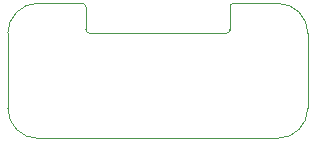
<source format=gbr>
G04 #@! TF.GenerationSoftware,KiCad,Pcbnew,(5.1.4)-1*
G04 #@! TF.CreationDate,2020-06-09T22:24:04-07:00*
G04 #@! TF.ProjectId,SkateLightConnBoard,536b6174-654c-4696-9768-74436f6e6e42,rev?*
G04 #@! TF.SameCoordinates,Original*
G04 #@! TF.FileFunction,Profile,NP*
%FSLAX46Y46*%
G04 Gerber Fmt 4.6, Leading zero omitted, Abs format (unit mm)*
G04 Created by KiCad (PCBNEW (5.1.4)-1) date 2020-06-09 22:24:04*
%MOMM*%
%LPD*%
G04 APERTURE LIST*
%ADD10C,0.050000*%
G04 APERTURE END LIST*
D10*
X-10160000Y5397500D02*
G75*
G03X-12700000Y2857500I0J-2540000D01*
G01*
X-6096000Y5080000D02*
G75*
G03X-6413500Y5397500I-317500J0D01*
G01*
X-10160000Y5397500D02*
X-6413500Y5397500D01*
X-5778500Y2857500D02*
G75*
G02X-6096000Y3175000I0J317500D01*
G01*
X-6096000Y5080000D02*
X-6096000Y3175000D01*
X-12700000Y-3492500D02*
G75*
G03X-10160000Y-6032500I2540000J0D01*
G01*
X-12700000Y-3492500D02*
X-12700000Y2857500D01*
X5778500Y2857500D02*
X-5778500Y2857500D01*
X5778500Y2857500D02*
G75*
G03X6096000Y3175000I0J317500D01*
G01*
X6096000Y5080000D02*
X6096000Y3175000D01*
X6096000Y5080000D02*
G75*
G02X6413500Y5397500I317500J0D01*
G01*
X10160000Y5397500D02*
X6413500Y5397500D01*
X10160000Y5397500D02*
G75*
G02X12700000Y2857500I0J-2540000D01*
G01*
X12700000Y-3492500D02*
X12700000Y2857500D01*
X12700000Y-3492500D02*
G75*
G02X10160000Y-6032500I-2540000J0D01*
G01*
X10160000Y-6032500D02*
X-10160000Y-6032500D01*
M02*

</source>
